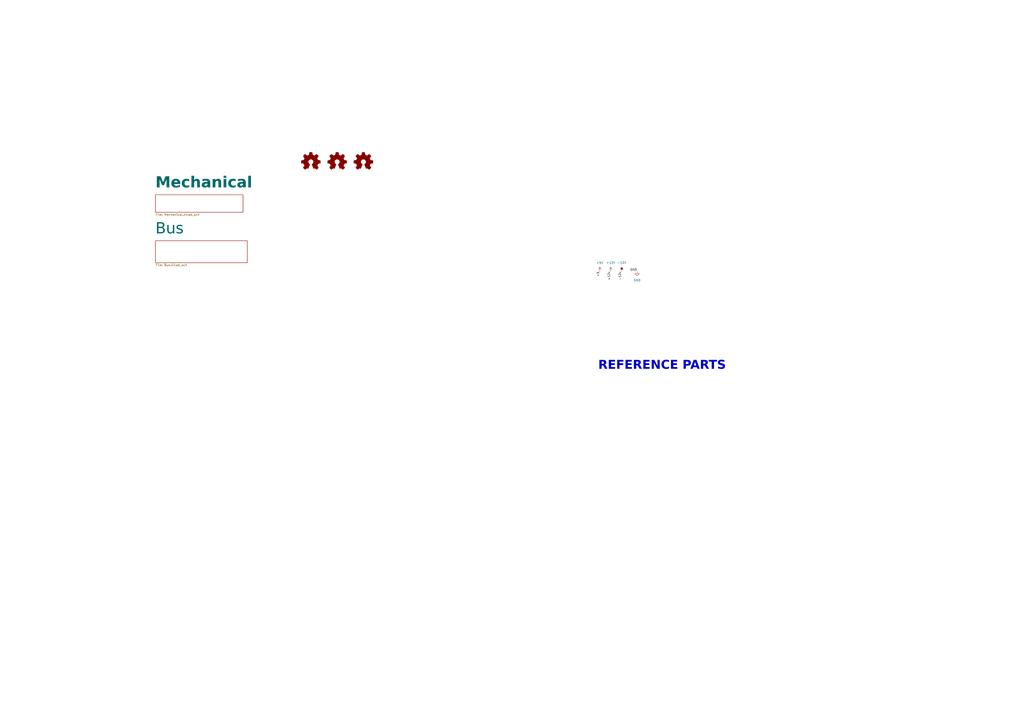
<source format=kicad_sch>
(kicad_sch (version 20231120) (generator "eeschema") (generator_version "8.0")
  (paper "A2")
  (title_block (title "Paper Plane") (date "2024-11-14") (rev "1.0") (company "velvia-fifty") (comment 1 "https://github.com/velvia-fifty/AudioThings") (comment 2 "...and take your money") (comment 4 "Stay humble"))
  (lib_symbols
    (symbol "Graphic:Logo_Open_Hardware_Small" (in_bom no) (on_board no)
      (symbol "Logo_Open_Hardware_Small_0_1"
        (polyline (pts (xy 3.3528 -4.3434) (xy 3.302 -4.318) (xy 3.175 -4.2418) (xy 2.9972 -4.1148) (xy 2.7686 -3.9624) (xy 2.54 -3.81) (xy 2.3622 -3.7084) (xy 2.2352 -3.6068) (xy 2.1844 -3.5814) (xy 2.159 -3.6068) (xy 2.0574 -3.6576) (xy 1.905 -3.7338) (xy 1.8034 -3.7846) (xy 1.6764 -3.8354) (xy 1.6002 -3.8354) (xy 1.6002 -3.8354) (xy 1.5494 -3.7338) (xy 1.4732 -3.5306) (xy 1.3462 -3.302) (xy 1.2446 -3.0226) (xy 1.1176 -2.7178) (xy 0.9652 -2.413) (xy 0.8636 -2.1082) (xy 0.7366 -1.8288) (xy 0.6604 -1.6256) (xy 0.6096 -1.4732) (xy 0.5842 -1.397) (xy 0.5842 -1.397) (xy 0.6604 -1.3208) (xy 0.7874 -1.2446) (xy 1.0414 -1.016) (xy 1.2954 -0.6858) (xy 1.4478 -0.3302) (xy 1.524 0.0762) (xy 1.4732 0.4572) (xy 1.3208 0.8128) (xy 1.0668 1.143) (xy 0.762 1.3716) (xy 0.4064 1.524) (xy 0 1.5748) (xy -0.381 1.5494) (xy -0.7366 1.397) (xy -1.0668 1.143) (xy -1.2192 0.9906) (xy -1.397 0.6604) (xy -1.524 0.3048) (xy -1.524 0.2286) (xy -1.4986 -0.1778) (xy -1.397 -0.5334) (xy -1.1938 -0.8636) (xy -0.9144 -1.143) (xy -0.8636 -1.1684) (xy -0.7366 -1.27) (xy -0.635 -1.3462) (xy -0.5842 -1.397) (xy -1.0668 -2.5908) (xy -1.143 -2.794) (xy -1.2954 -3.1242) (xy -1.397 -3.4036) (xy -1.4986 -3.6322) (xy -1.5748 -3.7846) (xy -1.6002 -3.8354) (xy -1.6002 -3.8354) (xy -1.651 -3.8354) (xy -1.7272 -3.81) (xy -1.905 -3.7338) (xy -2.0066 -3.683) (xy -2.1336 -3.6068) (xy -2.2098 -3.5814) (xy -2.2606 -3.6068) (xy -2.3622 -3.683) (xy -2.54 -3.81) (xy -2.7686 -3.9624) (xy -2.9718 -4.0894) (xy -3.1496 -4.2164) (xy -3.302 -4.318) (xy -3.3528 -4.3434) (xy -3.3782 -4.3434) (xy -3.429 -4.318) (xy -3.5306 -4.2164) (xy -3.7084 -4.064) (xy -3.937 -3.8354) (xy -3.9624 -3.81) (xy -4.1656 -3.6068) (xy -4.318 -3.4544) (xy -4.4196 -3.3274) (xy -4.445 -3.2766) (xy -4.445 -3.2766) (xy -4.4196 -3.2258) (xy -4.318 -3.0734) (xy -4.2164 -2.8956) (xy -4.064 -2.667) (xy -3.6576 -2.0828) (xy -3.8862 -1.5494) (xy -3.937 -1.3716) (xy -4.0386 -1.1684) (xy -4.0894 -1.0414) (xy -4.1148 -0.9652) (xy -4.191 -0.9398) (xy -4.318 -0.9144) (xy -4.5466 -0.8636) (xy -4.8006 -0.8128) (xy -5.0546 -0.7874) (xy -5.2578 -0.7366) (xy -5.4356 -0.7112) (xy -5.5118 -0.6858) (xy -5.5118 -0.6858) (xy -5.5372 -0.635) (xy -5.5372 -0.5588) (xy -5.5372 -0.4318) (xy -5.5626 -0.2286) (xy -5.5626 0.0762) (xy -5.5626 0.127) (xy -5.5372 0.4064) (xy -5.5372 0.635) (xy -5.5372 0.762) (xy -5.5372 0.8382) (xy -5.5372 0.8382) (xy -5.461 0.8382) (xy -5.3086 0.889) (xy -5.08 0.9144) (xy -4.826 0.9652) (xy -4.8006 0.9906) (xy -4.5466 1.0414) (xy -4.318 1.0668) (xy -4.1656 1.1176) (xy -4.0894 1.143) (xy -4.0894 1.143) (xy -4.0386 1.2446) (xy -3.9624 1.4224) (xy -3.8608 1.6256) (xy -3.7846 1.8288) (xy -3.7084 2.0066) (xy -3.6576 2.159) (xy -3.6322 2.2098) (xy -3.6322 2.2098) (xy -3.683 2.286) (xy -3.7592 2.413) (xy -3.8862 2.5908) (xy -4.064 2.8194) (xy -4.064 2.8448) (xy -4.2164 3.0734) (xy -4.3434 3.2512) (xy -4.4196 3.3782) (xy -4.445 3.4544) (xy -4.445 3.4544) (xy -4.3942 3.5052) (xy -4.2926 3.6322) (xy -4.1148 3.81) (xy -3.937 4.0132) (xy -3.8608 4.064) (xy -3.6576 4.2926) (xy -3.5052 4.4196) (xy -3.4036 4.4958) (xy -3.3528 4.5212) (xy -3.3528 4.5212) (xy -3.302 4.4704) (xy -3.1496 4.3688) (xy -2.9718 4.2418) (xy -2.7432 4.0894) (xy -2.7178 4.0894) (xy -2.4892 3.937) (xy -2.3114 3.81) (xy -2.1844 3.7084) (xy -2.1336 3.683) (xy -2.1082 3.683) (xy -2.032 3.7084) (xy -1.8542 3.7592) (xy -1.6764 3.8354) (xy -1.4732 3.937) (xy -1.27 4.0132) (xy -1.143 4.064) (xy -1.0668 4.1148) (xy -1.0668 4.1148) (xy -1.0414 4.191) (xy -1.016 4.3434) (xy -0.9652 4.572) (xy -0.9144 4.8514) (xy -0.889 4.9022) (xy -0.8382 5.1562) (xy -0.8128 5.3848) (xy -0.7874 5.5372) (xy -0.762 5.588) (xy -0.7112 5.6134) (xy -0.5842 5.6134) (xy -0.4064 5.6134) (xy -0.1524 5.6134) (xy 0.0762 5.6134) (xy 0.3302 5.6134) (xy 0.5334 5.6134) (xy 0.6858 5.588) (xy 0.7366 5.588) (xy 0.7366 5.588) (xy 0.762 5.5118) (xy 0.8128 5.334) (xy 0.8382 5.1054) (xy 0.9144 4.826) (xy 0.9144 4.7752) (xy 0.9652 4.5212) (xy 1.016 4.2926) (xy 1.0414 4.1402) (xy 1.0668 4.0894) (xy 1.0668 4.0894) (xy 1.1938 4.0386) (xy 1.3716 3.9624) (xy 1.5748 3.8608) (xy 2.0828 3.6576) (xy 2.7178 4.0894) (xy 2.7686 4.1402) (xy 2.9972 4.2926) (xy 3.175 4.4196) (xy 3.302 4.4958) (xy 3.3782 4.5212) (xy 3.3782 4.5212) (xy 3.429 4.4704) (xy 3.556 4.3434) (xy 3.7338 4.191) (xy 3.9116 3.9878) (xy 4.064 3.8354) (xy 4.2418 3.6576) (xy 4.3434 3.556) (xy 4.4196 3.4798) (xy 4.4196 3.429) (xy 4.4196 3.4036) (xy 4.3942 3.3274) (xy 4.2926 3.2004) (xy 4.1656 2.9972) (xy 4.0132 2.794) (xy 3.8862 2.5908) (xy 3.7592 2.3876) (xy 3.6576 2.2352) (xy 3.6322 2.159) (xy 3.6322 2.1336) (xy 3.683 2.0066) (xy 3.7592 1.8288) (xy 3.8608 1.6002) (xy 4.064 1.1176) (xy 4.3942 1.0414) (xy 4.5974 1.016) (xy 4.8768 0.9652) (xy 5.1308 0.9144) (xy 5.5372 0.8382) (xy 5.5626 -0.6604) (xy 5.4864 -0.6858) (xy 5.4356 -0.6858) (xy 5.2832 -0.7366) (xy 5.0546 -0.762) (xy 4.8006 -0.8128) (xy 4.5974 -0.8636) (xy 4.3688 -0.9144) (xy 4.2164 -0.9398) (xy 4.1402 -0.9398) (xy 4.1148 -0.9652) (xy 4.064 -1.0668) (xy 3.9878 -1.2446) (xy 3.9116 -1.4478) (xy 3.81 -1.651) (xy 3.7338 -1.8542) (xy 3.683 -2.0066) (xy 3.6576 -2.0828) (xy 3.683 -2.1336) (xy 3.7846 -2.2606) (xy 3.8862 -2.4638) (xy 4.0386 -2.667) (xy 4.191 -2.8956) (xy 4.318 -3.0734) (xy 4.3942 -3.2004) (xy 4.445 -3.2766) (xy 4.4196 -3.3274) (xy 4.3434 -3.429) (xy 4.1656 -3.5814) (xy 3.937 -3.8354) (xy 3.8862 -3.8608) (xy 3.683 -4.064) (xy 3.5306 -4.2164) (xy 3.4036 -4.318) (xy 3.3528 -4.3434)) (fill (type outline)))
      )
    )
    (symbol "power:+12V" (power) (pin_numbers hide) (pin_names (offset 0) hide)
      (property "Value" "+12V" (at 0 3.556 0))
      (symbol "+12V_0_1"
        (polyline (pts (xy -0.762 1.27) (xy 0 2.54)))
        (polyline (pts (xy 0 0) (xy 0 2.54)))
        (polyline (pts (xy 0 2.54) (xy 0.762 1.27)))
      )
      (symbol "+12V_1_1"
        (pin power_in line (at 0 0 90) (length 0) (name "~") (number "1"))
      )
    )
    (symbol "power:+5V" (power) (pin_numbers hide) (pin_names (offset 0) hide)
      (property "Value" "+5V" (at 0 3.556 0))
      (symbol "+5V_0_1"
        (polyline (pts (xy -0.762 1.27) (xy 0 2.54)))
        (polyline (pts (xy 0 0) (xy 0 2.54)))
        (polyline (pts (xy 0 2.54) (xy 0.762 1.27)))
      )
      (symbol "+5V_1_1"
        (pin power_in line (at 0 0 90) (length 0) (name "~") (number "1"))
      )
    )
    (symbol "power:-12V" (power) (pin_numbers hide) (pin_names (offset 0) hide)
      (property "Value" "-12V" (at 0 3.556 0))
      (symbol "-12V_0_0"
        (pin power_in line (at 0 0 90) (length 0) (name "~") (number "1"))
      )
      (symbol "-12V_0_1"
        (polyline (pts (xy 0 0) (xy 0 1.27) (xy 0.762 1.27) (xy 0 2.54) (xy -0.762 1.27) (xy 0 1.27)) (fill (type outline)))
      )
    )
    (symbol "power:GND" (power) (pin_numbers hide) (pin_names (offset 0) hide)
      (property "Value" "GND" (at 0 -3.81 0))
      (symbol "GND_0_1"
        (polyline (pts (xy 0 0) (xy 0 -1.27) (xy 1.27 -1.27) (xy 0 -2.54) (xy -1.27 -1.27) (xy 0 -1.27)))
      )
      (symbol "GND_1_1"
        (pin power_in line (at 0 0 270) (length 0) (name "~") (number "1"))
      )
    )
  )
  (text "REFERENCE PARTS" (at 384.048 213.36 0) (effects (font (size 5.08 5.08) (thickness 1.016) (bold yes))))
  (label "+5" (at 347.98 157.48 270))
  (label "-12v" (at 360.68 157.48 270))
  (label "GND" (at 369.57 157.48 180))
  (label "+12v" (at 354.33 157.48 270))
  (symbol (lib_id "power:-12V") (at 360.68 157.48 0) (unit 1)
    (property "Reference" "#PWR023" (effects (hide yes)))
    (property "Value" "-12V" (at 360.68 152.4 0))
    (property "Description" "Power symbol creates a global label with name \"-12V\"" (effects (hide yes)))
  )
  (symbol (lib_id "Graphic:Logo_Open_Hardware_Small") (at 210.82 93.98 0) (unit 1) (exclude_from_sim yes) (in_bom no) (on_board no)
    (property "Reference" "#SYM3" (effects (hide yes)))
    (property "Value" "CC" (effects (hide yes)))
    (property "Footprint" "Symbol:Symbol_CreativeCommons_SilkScreenTop_Type2_Big" (effects (hide yes)))
    (property "Description" "CC" (effects (hide yes)))
  )
  (symbol (lib_id "power:+5V") (at 347.98 157.48 0) (unit 1)
    (property "Reference" "#PWR021" (effects (hide yes)))
    (property "Value" "+5V" (at 347.98 152.4 0))
    (property "Description" "Power symbol creates a global label with name \"+5V\"" (effects (hide yes)))
  )
  (symbol (lib_id "power:GND") (at 369.57 157.48 0) (unit 1)
    (property "Reference" "#PWR024" (effects (hide yes)))
    (property "Value" "GND" (at 369.57 162.56 0))
    (property "Description" "Power symbol creates a global label with name \"GND\" , ground" (effects (hide yes)))
  )
  (symbol (lib_id "power:+12V") (at 354.33 157.48 0) (unit 1)
    (property "Reference" "#PWR022" (effects (hide yes)))
    (property "Value" "+12V" (at 354.33 152.4 0))
    (property "Description" "Power symbol creates a global label with name \"+12V\"" (effects (hide yes)))
  )
  (symbol (lib_id "Graphic:Logo_Open_Hardware_Small") (at 195.58 93.98 0) (unit 1) (exclude_from_sim yes) (in_bom no) (on_board no)
    (property "Reference" "#SYM2" (effects (hide yes)))
    (property "Value" "Logo Kicad" (effects (hide yes)))
    (property "Footprint" "Symbol:KiCad-Logo2_5mm_SilkScreen" (effects (hide yes)))
    (property "Description" "Logo Kicadx" (effects (hide yes)))
  )
  (symbol (lib_id "Graphic:Logo_Open_Hardware_Small") (at 180.34 93.98 0) (unit 1) (exclude_from_sim yes) (in_bom no)
    (property "Reference" "#SYM1" (effects (hide yes)))
    (property "Value" "Logo_Open_Hardware_Small" (effects (hide yes)))
    (property "Footprint" "Symbol:OSHW-Logo2_7.3x6mm_SilkScreen" (effects (hide yes)))
    (property "Description" "Open Hardware logo, small" (effects (hide yes)))
  )
  (sheet (at 90.17 113.03) (size 50.8 10.16) (stroke (width 0.1524))
    (property "Sheetname" "Mechanical" (at 90.17 109.7784 0) (effects (font (size 6.35 6.35) (thickness 1.27) (bold yes)) (justify left bottom)))
    (property "Sheetfile" "Mechanical.kicad_sch" (at 90.17 123.7746 0) (effects (justify left top)))
  )
  (sheet (at 90.17 139.7) (size 53.34 12.7) (stroke (width 0.1524))
    (property "Sheetname" "Bus" (at 90.17 136.4484 0) (effects (font (size 6.35 6.35)) (justify left bottom)))
    (property "Sheetfile" "Bus.kicad_sch" (at 90.17 152.9846 0) (effects (justify left top)))
  )
)
</source>
